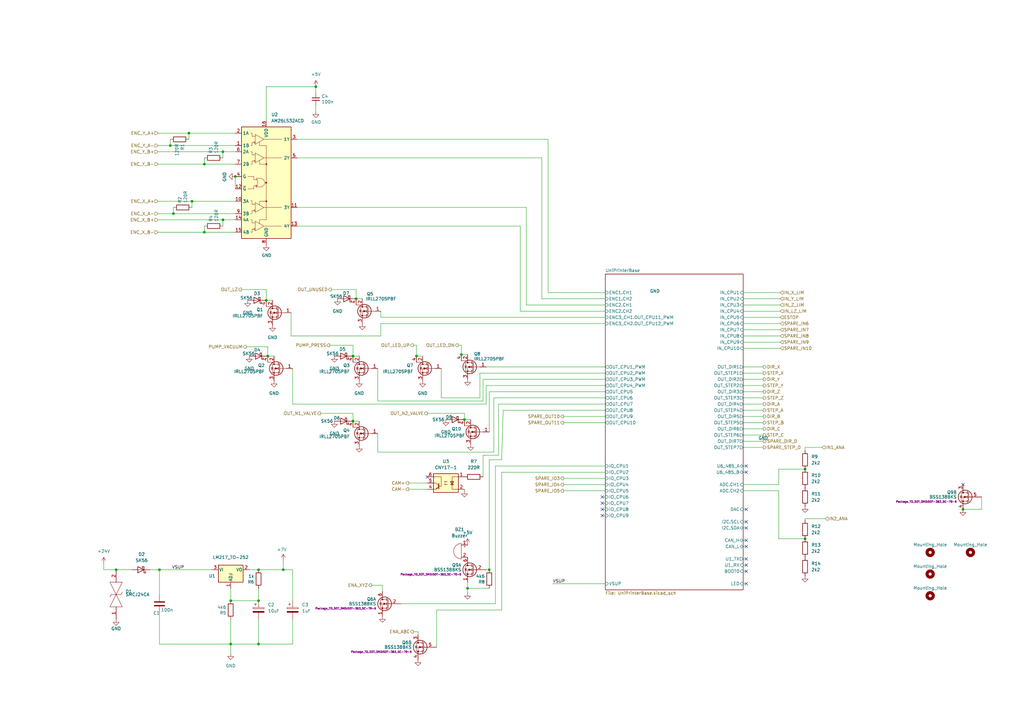
<source format=kicad_sch>
(kicad_sch (version 20211123) (generator eeschema)
  (paper "A3")
  (lib_symbols
    (symbol "+7v:+7V" (power) (pin_names (offset 0))
      (property "Value" "+7.5V" (at -0.635 5.08 0))
      (symbol "+7V_1_1"
        (pin power_in line (at 0 0 90) (length 0) hide (name "+7V") (number "1"))
      )
    )
    (symbol "Device:Buzzer" (pin_names (offset 0.0254) hide)
      (property "Reference" "BZ" (at 3.81 1.27 0))
      (property "Value" "Buzzer" (at 3.81 -1.27 0))
      (symbol "Buzzer_1_1"
        (pin passive line (at -2.54 2.54 0) (length 2.54) (name "-") (number "1"))
        (pin passive line (at -2.54 -2.54 0) (length 2.54) (name "+") (number "2"))
      )
    )
    (symbol "Device:C_Polarized" (pin_numbers hide) (pin_names (offset 0.254))
      (property "Reference" "C" (at 0.635 2.54 0))
      (property "Value" "C_Polarized" (at 0.635 -2.54 0))
      (symbol "C_Polarized_1_1"
        (pin passive line (at 0 3.81 270) (length 2.794) (name "~") (number "1"))
        (pin passive line (at 0 -3.81 90) (length 2.794) (name "~") (number "2"))
      )
    )
    (symbol "Device:D_Schottky" (pin_numbers hide) (pin_names (offset 1.016) hide)
      (property "Reference" "D" (at 0 2.54 0))
      (property "Value" "D_Schottky" (at 0 -2.54 0))
      (symbol "D_Schottky_1_1"
        (pin passive line (at -3.81 0 0) (length 2.54) (name "K") (number "1"))
        (pin passive line (at 3.81 0 180) (length 2.54) (name "A") (number "2"))
      )
    )
    (symbol "Device:Q_NMOS_GDSD" (pin_names (offset 0) hide)
      (property "Reference" "Q" (at 5.08 1.27 0))
      (property "Value" "Q_NMOS_GDSD" (at 5.08 -1.27 0))
      (symbol "Q_NMOS_GDSD_1_1"
        (pin input line (at -5.08 0 0) (length 2.54) (name "G") (number "1"))
        (pin passive line (at 2.54 5.08 270) (length 2.54) (name "D") (number "2"))
        (pin passive line (at 2.54 -5.08 90) (length 2.54) (name "S") (number "3"))
        (pin passive line (at 5.08 5.08 270) (length 2.54) (name "D") (number "4"))
      )
    )
    (symbol "Device:R" (pin_numbers hide) (pin_names (offset 0))
      (property "Reference" "R" (at 2.032 0 90))
      (property "Value" "R" (at 0 0 90))
      (symbol "R_1_1"
        (pin passive line (at 0 3.81 270) (length 1.27) (name "~") (number "1"))
        (pin passive line (at 0 -3.81 90) (length 1.27) (name "~") (number "2"))
      )
    )
    (symbol "Interface:AM26LV32xNS"
      (property "Reference" "U" (at -8.89 24.13 0))
      (property "Value" "AM26LV32xNS" (at 10.16 24.13 0))
      (symbol "AM26LV32xNS_1_1"
        (pin input line (at -12.7 15.24 0) (length 2.54) (name "1B") (number "1"))
        (pin input line (at -12.7 -7.62 0) (length 2.54) (name "3A") (number "10"))
        (pin tri_state line (at 12.7 -10.16 180) (length 2.54) (name "3Y") (number "11"))
        (pin input line (at -12.7 -2.54 0) (length 2.54) (name "~{G}") (number "12"))
        (pin tri_state line (at 12.7 -17.78 180) (length 2.54) (name "4Y") (number "13"))
        (pin input line (at -12.7 -15.24 0) (length 2.54) (name "4A") (number "14"))
        (pin input line (at -12.7 -20.32 0) (length 2.54) (name "4B") (number "15"))
        (pin power_in line (at 0 25.4 270) (length 2.54) (name "VDD") (number "16"))
        (pin input line (at -12.7 20.32 0) (length 2.54) (name "1A") (number "2"))
        (pin tri_state line (at 12.7 17.78 180) (length 2.54) (name "1Y") (number "3"))
        (pin input line (at -12.7 2.54 0) (length 2.54) (name "G") (number "4"))
        (pin tri_state line (at 12.7 10.16 180) (length 2.54) (name "2Y") (number "5"))
        (pin input line (at -12.7 12.7 0) (length 2.54) (name "2A") (number "6"))
        (pin input line (at -12.7 7.62 0) (length 2.54) (name "2B") (number "7"))
        (pin power_in line (at 0 -25.4 90) (length 2.54) (name "GND") (number "8"))
        (pin input line (at -12.7 -12.7 0) (length 2.54) (name "3B") (number "9"))
      )
    )
    (symbol "Isolator:CNY17-1" (pin_names (offset 1.016))
      (property "Reference" "U" (at -5.08 5.08 0))
      (property "Value" "CNY17-1" (at 0 5.08 0))
      (symbol "CNY17-1_1_1"
        (pin passive line (at -7.62 2.54 0) (length 2.54) (name "~") (number "1"))
        (pin passive line (at -7.62 -2.54 0) (length 2.54) (name "~") (number "2"))
        (pin no_connect line (at -5.08 0 0) (length 2.54) hide (name "NC") (number "3"))
        (pin passive line (at 7.62 -2.54 180) (length 2.54) (name "~") (number "4"))
        (pin passive line (at 7.62 0 180) (length 2.54) (name "~") (number "5"))
        (pin passive line (at 7.62 2.54 180) (length 2.54) (name "~") (number "6"))
      )
    )
    (symbol "Regulator_Linear:LM317_TO-252" (pin_names (offset 0.254))
      (property "Reference" "U" (at -3.81 3.175 0))
      (property "Value" "LM317_TO-252" (at 0 3.175 0))
      (symbol "LM317_TO-252_1_1"
        (pin input line (at 0 -7.62 90) (length 2.54) (name "ADJ") (number "1"))
        (pin power_out line (at 7.62 0 180) (length 2.54) (name "VO") (number "2"))
        (pin power_in line (at -7.62 0 0) (length 2.54) (name "VI") (number "3"))
      )
    )
    (symbol "SMCJ16CA:SMCJ16CA" (pin_names (offset 0.762))
      (property "Reference" "D" (at 15.24 8.89 0))
      (property "Value" "SMCJ16CA" (at 15.24 6.35 0))
      (symbol "SMCJ16CA_0_0"
        (pin passive line (at 0 0 0) (length 5.08) (name "~") (number "1"))
        (pin passive line (at 20.32 0 180) (length 5.08) (name "~") (number "2"))
      )
    )
    (symbol "Uni_Printer-rescue:C_Small-Device" (pin_numbers hide) (pin_names (offset 0.254) hide)
      (property "Reference" "C" (at 0.254 1.778 0))
      (property "Value" "C_Small-Device" (at 0.254 -2.032 0))
      (symbol "C_Small-Device_1_1"
        (pin passive line (at 0 2.54 270) (length 2.032) (name "~") (number "1"))
        (pin passive line (at 0 -2.54 90) (length 2.032) (name "~") (number "2"))
      )
    )
    (symbol "Uni_Printer-rescue:GND-power" (power) (pin_names (offset 0))
      (property "Value" "GND-power" (at 0 -3.81 0))
      (symbol "GND-power_1_1"
        (pin power_in line (at 0 0 270) (length 0) hide (name "GND") (number "1"))
      )
    )
    (symbol "Uni_Printer-rescue:Mounting_Hole-Sensor_tank_v1-rescue-Uni_General_v1-rescue-Uni_Printer_v1-rescue" (pin_names (offset 1.016))
      (property "Reference" "MK" (at 0 5.08 0))
      (property "Value" "Mounting_Hole-Sensor_tank_v1-rescue-Uni_General_v1-rescue-Uni_Printer_v1-rescue" (at 0 3.175 0))
    )
    (symbol "Uni_Printer-rescue:R-Device" (pin_numbers hide) (pin_names (offset 0))
      (property "Reference" "R" (at 2.032 0 90))
      (property "Value" "R-Device" (at 0 0 90))
      (symbol "R-Device_1_1"
        (pin passive line (at 0 3.81 270) (length 1.27) (name "~") (number "1"))
        (pin passive line (at 0 -3.81 90) (length 1.27) (name "~") (number "2"))
      )
    )
    (symbol "mfc_base_lib:+5V" (power) (pin_names (offset 0))
      (property "Value" "+5V" (at 0 3.556 0))
      (symbol "+5V_1_1"
        (pin power_in line (at 0 0 90) (length 0) hide (name "+5V") (number "1"))
      )
    )
    (symbol "mfc_base_lib:BSS138PS" (pin_names (offset 0) hide)
      (property "Reference" "Q" (at 5.08 1.905 0))
      (property "Value" "BSS138PS" (at 5.08 0 0))
      (symbol "BSS138PS_1_1"
        (pin passive line (at 2.54 -5.08 90) (length 2.54) (name "S") (number "1"))
        (pin input line (at -5.08 0 0) (length 5.334) (name "G") (number "2"))
        (pin passive line (at 2.54 5.08 270) (length 2.54) (name "D") (number "6"))
      )
      (symbol "BSS138PS_1_2"
        (pin input line (at -5.08 0 0) (length 5.334) (name "G") (number "1"))
        (pin passive line (at 2.54 -5.08 90) (length 2.54) (name "S") (number "2"))
        (pin passive line (at 2.54 5.08 270) (length 2.54) (name "D") (number "3"))
      )
      (symbol "BSS138PS_2_1"
        (pin passive line (at 2.54 5.08 270) (length 2.54) (name "D") (number "3"))
        (pin passive line (at 2.54 -5.08 90) (length 2.54) (name "S") (number "4"))
        (pin input line (at -5.08 0 0) (length 5.334) (name "G") (number "5"))
      )
      (symbol "BSS138PS_2_2"
        (pin input line (at -5.08 0 0) (length 5.334) (name "G") (number "1"))
        (pin passive line (at 2.54 -5.08 90) (length 2.54) (name "S") (number "2"))
        (pin passive line (at 2.54 5.08 270) (length 2.54) (name "D") (number "3"))
      )
    )
    (symbol "mfc_base_lib:C" (pin_numbers hide) (pin_names (offset 0.254))
      (property "Reference" "C" (at 0.635 2.54 0))
      (property "Value" "C" (at 0.635 -2.54 0))
      (symbol "C_1_1"
        (pin passive line (at 0 3.81 270) (length 2.794) (name "~") (number "1"))
        (pin passive line (at 0 -3.81 90) (length 2.794) (name "~") (number "2"))
      )
    )
    (symbol "mfc_base_lib:GND" (power) (pin_names (offset 0))
      (property "Value" "GND" (at 0 -3.81 0))
      (symbol "GND_1_1"
        (pin power_in line (at 0 0 270) (length 0) hide (name "GND") (number "1"))
      )
    )
    (symbol "power:+24V" (power) (pin_names (offset 0))
      (property "Value" "+24V" (at 0 3.556 0))
      (symbol "+24V_1_1"
        (pin power_in line (at 0 0 90) (length 0) hide (name "+24V") (number "1"))
      )
    )
    (symbol "power:GND" (power) (pin_names (offset 0))
      (property "Value" "GND" (at 0 -3.81 0))
      (symbol "GND_1_1"
        (pin power_in line (at 0 0 270) (length 0) hide (name "GND") (number "1"))
      )
    )
  )
  (junction (at 91.44 90.17))
  (junction (at 109.22 123.19))
  (junction (at 144.78 172.72))
  (junction (at 65.405 233.68))
  (junction (at 78.74 82.55))
  (junction (at 69.85 59.69))
  (junction (at 170.815 146.05))
  (junction (at 144.78 146.05))
  (junction (at 189.23 145.415))
  (junction (at 94.615 264.16))
  (junction (at 77.47 54.61))
  (junction (at 109.855 146.05))
  (junction (at 330.2 220.98))
  (junction (at 190.5 172.085))
  (junction (at 200.66 233.68))
  (junction (at 129.54 35.56))
  (junction (at 83.82 95.25))
  (junction (at 71.12 87.63))
  (junction (at 91.44 62.23))
  (junction (at 106.045 246.38))
  (junction (at 330.2 192.405))
  (junction (at 106.045 233.68))
  (junction (at 94.615 246.38))
  (junction (at 146.05 122.555))
  (junction (at 394.97 208.915))
  (junction (at 191.77 241.3))
  (junction (at 96.52 72.39))
  (junction (at 106.045 264.16))
  (junction (at 47.625 233.68))
  (junction (at 83.82 67.31))
  (junction (at 116.205 233.68))
  (no_connect (at 247.015 203.835))
  (no_connect (at 247.015 211.455))
  (no_connect (at 247.015 208.915))
  (no_connect (at 306.07 229.235))
  (no_connect (at 306.07 224.155))
  (no_connect (at 306.07 221.615))
  (no_connect (at 306.07 191.135))
  (no_connect (at 306.07 193.675))
  (no_connect (at 306.07 239.395))
  (no_connect (at 306.07 231.775))
  (no_connect (at 306.07 234.315))
  (no_connect (at 306.07 216.535))
  (no_connect (at 306.07 208.915))
  (no_connect (at 306.07 213.995))
  (no_connect (at 394.97 198.755))
  (no_connect (at 175.26 195.58))
  (no_connect (at 247.015 206.375))
  (wire (pts (xy 204.47 165.735) (xy 248.285 165.735)))
  (wire (pts (xy 83.82 95.25) (xy 96.52 95.25)))
  (wire (pts (xy 64.77 95.25) (xy 83.82 95.25)))
  (wire (pts (xy 213.36 127.635) (xy 248.285 127.635)))
  (wire (pts (xy 231.14 170.815) (xy 248.285 170.815)))
  (wire (pts (xy 304.8 137.795) (xy 320.04 137.795)))
  (wire (pts (xy 119.38 137.795) (xy 119.38 128.27)))
  (wire (pts (xy 129.54 35.56) (xy 109.22 35.56)))
  (wire (pts (xy 135.89 118.745) (xy 146.05 118.745)))
  (wire (pts (xy 200.66 177.165) (xy 200.66 160.655)))
  (wire (pts (xy 109.22 118.745) (xy 109.22 123.19)))
  (wire (pts (xy 91.44 90.17) (xy 64.77 90.17)))
  (wire (pts (xy 204.47 186.69) (xy 198.12 186.69)))
  (wire (pts (xy 304.8 168.275) (xy 313.055 168.275)))
  (wire (pts (xy 215.9 85.09) (xy 215.9 125.095)))
  (wire (pts (xy 191.77 241.3) (xy 191.77 238.76)))
  (wire (pts (xy 144.78 172.72) (xy 147.32 172.72)))
  (wire (pts (xy 200.66 160.655) (xy 248.285 160.655)))
  (wire (pts (xy 248.285 132.715) (xy 156.21 132.715)))
  (wire (pts (xy 304.8 183.515) (xy 313.055 183.515)))
  (wire (pts (xy 154.94 185.42) (xy 202.565 185.42)))
  (wire (pts (xy 83.82 67.31) (xy 96.52 67.31)))
  (wire (pts (xy 304.8 165.735) (xy 313.055 165.735)))
  (wire (pts (xy 306.07 229.235) (xy 304.8 229.235)))
  (wire (pts (xy 189.23 141.605) (xy 189.23 145.415)))
  (wire (pts (xy 402.59 203.835) (xy 402.59 208.915)))
  (wire (pts (xy 129.54 43.18) (xy 129.54 45.72)))
  (wire (pts (xy 306.07 234.315) (xy 304.8 234.315)))
  (wire (pts (xy 224.79 120.015) (xy 248.285 120.015)))
  (wire (pts (xy 402.59 208.915) (xy 394.97 208.915)))
  (wire (pts (xy 71.12 87.63) (xy 96.52 87.63)))
  (wire (pts (xy 120.015 233.68) (xy 120.015 246.38)))
  (wire (pts (xy 64.77 67.31) (xy 83.82 67.31)))
  (wire (pts (xy 106.045 254) (xy 106.045 264.16)))
  (wire (pts (xy 154.94 164.465) (xy 154.94 151.13)))
  (wire (pts (xy 248.285 239.395) (xy 226.695 239.395)))
  (wire (pts (xy 304.8 170.815) (xy 313.055 170.815)))
  (wire (pts (xy 187.96 141.605) (xy 189.23 141.605)))
  (wire (pts (xy 338.455 212.725) (xy 330.2 212.725)))
  (wire (pts (xy 109.22 35.56) (xy 109.22 49.53)))
  (wire (pts (xy 319.405 192.405) (xy 330.2 192.405)))
  (wire (pts (xy 91.44 90.17) (xy 91.44 92.71)))
  (wire (pts (xy 213.36 92.71) (xy 213.36 127.635)))
  (wire (pts (xy 94.615 241.3) (xy 94.615 246.38)))
  (wire (pts (xy 191.77 243.205) (xy 191.77 241.3)))
  (wire (pts (xy 169.545 141.605) (xy 170.815 141.605)))
  (wire (pts (xy 94.615 254) (xy 94.615 264.16)))
  (wire (pts (xy 231.14 201.295) (xy 248.285 201.295)))
  (wire (pts (xy 64.77 87.63) (xy 71.12 87.63)))
  (wire (pts (xy 304.8 158.115) (xy 313.055 158.115)))
  (wire (pts (xy 304.8 178.435) (xy 313.055 178.435)))
  (wire (pts (xy 304.8 180.975) (xy 313.055 180.975)))
  (wire (pts (xy 146.05 122.555) (xy 148.59 122.555)))
  (wire (pts (xy 247.015 203.835) (xy 248.285 203.835)))
  (wire (pts (xy 319.405 198.755) (xy 319.405 192.405)))
  (wire (pts (xy 65.405 233.68) (xy 86.995 233.68)))
  (wire (pts (xy 156.21 130.175) (xy 156.21 127.635)))
  (wire (pts (xy 61.595 233.68) (xy 65.405 233.68)))
  (wire (pts (xy 304.8 132.715) (xy 320.04 132.715)))
  (wire (pts (xy 131.445 169.545) (xy 144.78 169.545)))
  (wire (pts (xy 248.285 153.035) (xy 196.85 153.035)))
  (wire (pts (xy 190.5 172.085) (xy 193.04 172.085)))
  (wire (pts (xy 198.12 186.69) (xy 198.12 195.58)))
  (wire (pts (xy 198.12 155.575) (xy 198.12 164.465)))
  (wire (pts (xy 109.22 123.19) (xy 111.76 123.19)))
  (wire (pts (xy 71.12 85.09) (xy 71.12 87.63)))
  (wire (pts (xy 304.8 173.355) (xy 313.055 173.355)))
  (wire (pts (xy 304.8 153.035) (xy 313.055 153.035)))
  (wire (pts (xy 78.74 82.55) (xy 78.74 85.09)))
  (wire (pts (xy 247.015 208.915) (xy 248.285 208.915)))
  (wire (pts (xy 304.8 198.755) (xy 319.405 198.755)))
  (wire (pts (xy 247.015 206.375) (xy 248.285 206.375)))
  (wire (pts (xy 83.82 64.77) (xy 83.82 67.31)))
  (wire (pts (xy 121.92 85.09) (xy 215.9 85.09)))
  (wire (pts (xy 175.26 169.545) (xy 190.5 169.545)))
  (wire (pts (xy 319.405 201.295) (xy 319.405 220.98)))
  (wire (pts (xy 304.8 122.555) (xy 320.04 122.555)))
  (wire (pts (xy 330.2 183.515) (xy 330.2 184.785)))
  (wire (pts (xy 304.8 135.255) (xy 320.04 135.255)))
  (wire (pts (xy 231.14 196.215) (xy 248.285 196.215)))
  (wire (pts (xy 248.285 158.115) (xy 199.39 158.115)))
  (wire (pts (xy 190.5 200.66) (xy 190.5 201.295)))
  (wire (pts (xy 304.8 127.635) (xy 320.04 127.635)))
  (wire (pts (xy 306.07 221.615) (xy 304.8 221.615)))
  (wire (pts (xy 306.07 224.155) (xy 304.8 224.155)))
  (wire (pts (xy 116.205 229.87) (xy 116.205 233.68)))
  (wire (pts (xy 156.21 137.795) (xy 119.38 137.795)))
  (wire (pts (xy 78.74 82.55) (xy 96.52 82.55)))
  (wire (pts (xy 175.26 200.66) (xy 167.64 200.66)))
  (wire (pts (xy 179.07 250.19) (xy 205.74 250.19)))
  (wire (pts (xy 199.39 150.495) (xy 248.285 150.495)))
  (wire (pts (xy 304.8 142.875) (xy 320.04 142.875)))
  (wire (pts (xy 319.405 220.98) (xy 330.2 220.98)))
  (wire (pts (xy 306.07 191.135) (xy 304.8 191.135)))
  (wire (pts (xy 191.77 241.3) (xy 200.66 241.3)))
  (wire (pts (xy 109.855 146.05) (xy 112.395 146.05)))
  (wire (pts (xy 106.045 241.3) (xy 106.045 246.38)))
  (wire (pts (xy 200.66 233.68) (xy 199.39 233.68)))
  (wire (pts (xy 248.285 168.275) (xy 206.375 168.275)))
  (wire (pts (xy 135.255 141.605) (xy 144.78 141.605)))
  (wire (pts (xy 199.39 165.735) (xy 120.015 165.735)))
  (wire (pts (xy 156.21 132.715) (xy 156.21 137.795)))
  (wire (pts (xy 248.285 122.555) (xy 222.25 122.555)))
  (wire (pts (xy 69.85 57.15) (xy 69.85 59.69)))
  (wire (pts (xy 170.815 141.605) (xy 170.815 146.05)))
  (wire (pts (xy 304.8 155.575) (xy 313.055 155.575)))
  (wire (pts (xy 69.85 59.69) (xy 64.77 59.69)))
  (wire (pts (xy 129.54 38.1) (xy 129.54 35.56)))
  (wire (pts (xy 304.8 125.095) (xy 320.04 125.095)))
  (wire (pts (xy 304.8 130.175) (xy 320.04 130.175)))
  (wire (pts (xy 304.8 150.495) (xy 313.055 150.495)))
  (wire (pts (xy 77.47 54.61) (xy 77.47 57.15)))
  (wire (pts (xy 65.405 251.46) (xy 65.405 264.16)))
  (wire (pts (xy 106.045 264.16) (xy 94.615 264.16)))
  (wire (pts (xy 154.94 177.8) (xy 154.94 185.42)))
  (wire (pts (xy 144.78 146.05) (xy 147.32 146.05)))
  (wire (pts (xy 196.85 163.195) (xy 180.975 163.195)))
  (wire (pts (xy 306.07 231.775) (xy 304.8 231.775)))
  (wire (pts (xy 190.5 169.545) (xy 190.5 172.085)))
  (wire (pts (xy 64.77 62.23) (xy 91.44 62.23)))
  (wire (pts (xy 203.2 191.135) (xy 248.285 191.135)))
  (wire (pts (xy 83.82 92.71) (xy 83.82 95.25)))
  (wire (pts (xy 330.2 212.725) (xy 330.2 213.36)))
  (wire (pts (xy 91.44 62.23) (xy 96.52 62.23)))
  (wire (pts (xy 120.015 165.735) (xy 120.015 151.13)))
  (wire (pts (xy 203.2 191.135) (xy 203.2 247.65)))
  (wire (pts (xy 64.77 82.55) (xy 78.74 82.55)))
  (wire (pts (xy 304.8 163.195) (xy 313.055 163.195)))
  (wire (pts (xy 215.9 125.095) (xy 248.285 125.095)))
  (wire (pts (xy 96.52 90.17) (xy 91.44 90.17)))
  (wire (pts (xy 247.015 211.455) (xy 248.285 211.455)))
  (wire (pts (xy 224.79 57.15) (xy 224.79 120.015)))
  (wire (pts (xy 47.625 233.68) (xy 53.975 233.68)))
  (wire (pts (xy 304.8 201.295) (xy 319.405 201.295)))
  (wire (pts (xy 120.015 254) (xy 120.015 264.16)))
  (wire (pts (xy 306.07 216.535) (xy 304.8 216.535)))
  (wire (pts (xy 47.625 233.68) (xy 42.545 233.68)))
  (wire (pts (xy 96.52 72.39) (xy 96.52 77.47)))
  (wire (pts (xy 200.66 188.595) (xy 200.66 233.68)))
  (wire (pts (xy 171.45 259.08) (xy 171.45 260.35)))
  (wire (pts (xy 100.965 142.24) (xy 109.855 142.24)))
  (wire (pts (xy 189.23 145.415) (xy 191.77 145.415)))
  (wire (pts (xy 306.07 239.395) (xy 304.8 239.395)))
  (wire (pts (xy 42.545 233.68) (xy 42.545 231.14)))
  (wire (pts (xy 304.8 175.895) (xy 313.055 175.895)))
  (wire (pts (xy 222.25 122.555) (xy 222.25 64.77)))
  (wire (pts (xy 205.74 193.675) (xy 248.285 193.675)))
  (wire (pts (xy 196.85 153.035) (xy 196.85 163.195)))
  (wire (pts (xy 205.74 188.595) (xy 200.66 188.595)))
  (wire (pts (xy 231.14 173.355) (xy 248.285 173.355)))
  (wire (pts (xy 304.8 140.335) (xy 320.04 140.335)))
  (wire (pts (xy 337.185 183.515) (xy 330.2 183.515)))
  (wire (pts (xy 65.405 243.84) (xy 65.405 233.68)))
  (wire (pts (xy 96.52 59.69) (xy 69.85 59.69)))
  (wire (pts (xy 102.235 233.68) (xy 106.045 233.68)))
  (wire (pts (xy 175.26 198.12) (xy 167.64 198.12)))
  (wire (pts (xy 146.05 122.555) (xy 146.05 118.745)))
  (wire (pts (xy 91.44 62.23) (xy 91.44 64.77)))
  (wire (pts (xy 144.78 169.545) (xy 144.78 172.72)))
  (wire (pts (xy 77.47 54.61) (xy 64.77 54.61)))
  (wire (pts (xy 180.975 163.195) (xy 180.975 151.13)))
  (wire (pts (xy 179.07 265.43) (xy 179.07 250.19)))
  (wire (pts (xy 204.47 186.69) (xy 204.47 165.735)))
  (wire (pts (xy 121.92 92.71) (xy 213.36 92.71)))
  (wire (pts (xy 106.045 233.68) (xy 116.205 233.68)))
  (wire (pts (xy 156.845 242.57) (xy 156.845 240.03)))
  (wire (pts (xy 120.015 264.16) (xy 106.045 264.16)))
  (wire (pts (xy 96.52 54.61) (xy 77.47 54.61)))
  (wire (pts (xy 306.07 208.915) (xy 304.8 208.915)))
  (wire (pts (xy 109.855 142.24) (xy 109.855 146.05)))
  (wire (pts (xy 169.545 259.08) (xy 171.45 259.08)))
  (wire (pts (xy 199.39 158.115) (xy 199.39 165.735)))
  (wire (pts (xy 231.14 198.755) (xy 248.285 198.755)))
  (wire (pts (xy 94.615 264.16) (xy 94.615 267.97)))
  (wire (pts (xy 164.465 247.65) (xy 203.2 247.65)))
  (wire (pts (xy 99.06 118.745) (xy 109.22 118.745)))
  (wire (pts (xy 154.94 164.465) (xy 198.12 164.465)))
  (wire (pts (xy 248.285 130.175) (xy 156.21 130.175)))
  (wire (pts (xy 222.25 64.77) (xy 121.92 64.77)))
  (wire (pts (xy 152.4 240.03) (xy 156.845 240.03)))
  (wire (pts (xy 306.07 213.995) (xy 304.8 213.995)))
  (wire (pts (xy 248.285 155.575) (xy 198.12 155.575)))
  (wire (pts (xy 205.74 193.675) (xy 205.74 250.19)))
  (wire (pts (xy 202.565 163.195) (xy 248.285 163.195)))
  (wire (pts (xy 120.015 233.68) (xy 116.205 233.68)))
  (wire (pts (xy 144.78 141.605) (xy 144.78 146.05)))
  (wire (pts (xy 106.045 246.38) (xy 94.615 246.38)))
  (wire (pts (xy 206.375 168.275) (xy 205.74 188.595)))
  (wire (pts (xy 304.8 120.015) (xy 320.04 120.015)))
  (wire (pts (xy 121.92 57.15) (xy 224.79 57.15)))
  (wire (pts (xy 65.405 264.16) (xy 94.615 264.16)))
  (wire (pts (xy 202.565 185.42) (xy 202.565 163.195)))
  (wire (pts (xy 170.815 146.05) (xy 173.355 146.05)))
  (wire (pts (xy 306.07 193.675) (xy 304.8 193.675)))
  (wire (pts (xy 304.8 160.655) (xy 313.055 160.655)))
  (label "VSUP" (at 70.485 233.68 0))
  (label "VSUP" (at 226.695 239.395 0))
  (hierarchical_label "ENC_X_A-" (shape input) (at 64.77 87.63 180))
  (hierarchical_label "STEP_B" (shape output) (at 313.055 173.355 0))
  (hierarchical_label "SPARE_IN9" (shape input) (at 320.04 140.335 0))
  (hierarchical_label "ENA_ABC" (shape output) (at 169.545 259.08 180))
  (hierarchical_label "ENC_X_B+" (shape input) (at 64.77 90.17 180))
  (hierarchical_label "PUMP_VACUUM" (shape output) (at 100.965 142.24 180))
  (hierarchical_label "DIR_X" (shape output) (at 313.055 150.495 0))
  (hierarchical_label "IN_X_LIM" (shape input) (at 320.04 120.015 0))
  (hierarchical_label "CAM+" (shape output) (at 167.64 198.12 180))
  (hierarchical_label "PUMP_PRESS" (shape output) (at 135.255 141.605 180))
  (hierarchical_label "SPARE_IO4" (shape output) (at 231.14 198.755 180))
  (hierarchical_label "ENC_Y_B+" (shape input) (at 64.77 62.23 180))
  (hierarchical_label "SPARE_DIR_D" (shape output) (at 313.055 180.975 0))
  (hierarchical_label "ENC_Y_B-" (shape input) (at 64.77 67.31 180))
  (hierarchical_label "SPARE_STEP_D" (shape output) (at 313.055 183.515 0))
  (hierarchical_label "OUT_N1_VALVE" (shape output) (at 131.445 169.545 180))
  (hierarchical_label "SPARE_OUT11" (shape output) (at 231.14 173.355 180))
  (hierarchical_label "OUT_UNUSED" (shape output) (at 135.89 118.745 180))
  (hierarchical_label "IN_Z_LIM" (shape input) (at 320.04 125.095 0))
  (hierarchical_label "DIR_A" (shape output) (at 313.055 165.735 0))
  (hierarchical_label "ENA_XYZ" (shape output) (at 152.4 240.03 180))
  (hierarchical_label "ENC_Y_A+" (shape input) (at 64.77 54.61 180))
  (hierarchical_label "SPARE_IN10" (shape input) (at 320.04 142.875 0))
  (hierarchical_label "STEP_Y" (shape output) (at 313.055 158.115 0))
  (hierarchical_label "IN_LZ_LIM" (shape input) (at 320.04 127.635 0))
  (hierarchical_label "SPARE_IN6" (shape input) (at 320.04 132.715 0))
  (hierarchical_label "STEP_X" (shape output) (at 313.055 153.035 0))
  (hierarchical_label "ENC_X_A+" (shape input) (at 64.77 82.55 180))
  (hierarchical_label "CAM-" (shape output) (at 167.64 200.66 180))
  (hierarchical_label "OUT_N2_VALVE" (shape output) (at 175.26 169.545 180))
  (hierarchical_label "IN_Y_LIM" (shape input) (at 320.04 122.555 0))
  (hierarchical_label "OUT_LED_UP" (shape output) (at 169.545 141.605 180))
  (hierarchical_label "STEP_C" (shape output) (at 313.055 178.435 0))
  (hierarchical_label "DIR_Z" (shape output) (at 313.055 160.655 0))
  (hierarchical_label "SPARE_OUT10" (shape output) (at 231.14 170.815 180))
  (hierarchical_label "DIR_C" (shape output) (at 313.055 175.895 0))
  (hierarchical_label "OUT_LED_DN" (shape output) (at 187.96 141.605 180))
  (hierarchical_label "SPARE_IO3" (shape output) (at 231.14 196.215 180))
  (hierarchical_label "SPARE_IN8" (shape input) (at 320.04 137.795 0))
  (hierarchical_label "IN2_ANA" (shape input) (at 338.455 212.725 0))
  (hierarchical_label "OUT_LZ" (shape output) (at 99.06 118.745 180))
  (hierarchical_label "SPARE_IN7" (shape input) (at 320.04 135.255 0))
  (hierarchical_label "STEP_Z" (shape output) (at 313.055 163.195 0))
  (hierarchical_label "ENC_X_B-" (shape input) (at 64.77 95.25 180))
  (hierarchical_label "SPARE_IO5" (shape output) (at 231.14 201.295 180))
  (hierarchical_label "ESTOP" (shape input) (at 320.04 130.175 0))
  (hierarchical_label "STEP_A" (shape output) (at 313.055 168.275 0))
  (hierarchical_label "DIR_B" (shape output) (at 313.055 170.815 0))
  (hierarchical_label "DIR_Y" (shape output) (at 313.055 155.575 0))
  (hierarchical_label "ENC_Y_A-" (shape input) (at 64.77 59.69 180))
  (hierarchical_label "IN1_ANA" (shape input) (at 337.185 183.515 0))
  (symbol (lib_id "Device:D_Schottky") (at 105.41 123.19 180) (unit 1)
    (property "Reference" "D3" (at 105.41 120.396 0))
    (property "Value" "SK56" (at 101.092 122.174 0))
    (property "Footprint" "Diode_SMD:D_SMB" (effects hide))
  )
  (symbol (lib_id "Uni_Printer-rescue:Mounting_Hole-Sensor_tank_v1-rescue-Uni_General_v1-rescue-Uni_Printer_v1-rescue") (at 381.508 235.458 0) (unit 1)
    (property "Reference" "MK2" (at 381.508 230.378 0))
    (property "Value" "Mounting_Hole" (at 381.508 232.283 0))
    (property "Footprint" "MountingHole:MountingHole_3.2mm_M3" (effects hide))
    (property "Reference" "MK2" (effects hide))
    (property "Value" "Mounting_Hole" (effects hide))
  )
  (symbol (lib_id "Device:Q_NMOS_GDSD") (at 175.895 151.13 0) (mirror y) (unit 1)
    (property "Reference" "Q7" (at 169.545 149.8599 0) (effects (justify left)))
    (property "Value" "IRLL2705PBF" (at 169.545 152.3999 0) (effects (justify left)))
    (property "Footprint" "Package_TO_SOT_SMD:SOT-223" (effects hide))
  )
  (symbol (lib_id "Device:R") (at 194.31 195.58 90) (unit 1)
    (property "Reference" "R7" (at 194.31 189.23 90))
    (property "Value" "220R" (at 194.31 191.77 90))
    (property "Footprint" "Resistor_SMD:R_0603_1608Metric" (effects hide))
  )
  (symbol (lib_id "power:GND") (at 94.615 267.97 0) (unit 1)
    (property "Reference" "#PWR025" (effects hide))
    (property "Value" "~" (at 94.615 273.05 0))
  )
  (symbol (lib_id "Uni_Printer-rescue:R-Device") (at 73.66 57.15 270) (unit 1)
    (property "Reference" "R1" (at 74.8284 58.928 0) (effects (justify left)))
    (property "Value" "120R" (at 72.517 58.928 0) (effects (justify left)))
    (property "Footprint" "Resistor_SMD:R_0603_1608Metric" (effects hide))
  )
  (symbol (lib_id "Uni_Printer-rescue:R-Device") (at 87.63 92.71 90) (unit 1)
    (property "Reference" "R4" (at 86.4616 90.932 0) (effects (justify left)))
    (property "Value" "120R" (at 88.773 90.932 0) (effects (justify left)))
    (property "Footprint" "Resistor_SMD:R_0603_1608Metric" (effects hide))
  )
  (symbol (lib_id "power:+24V") (at 42.545 231.14 0) (unit 1)
    (property "Reference" "#PWR023" (effects hide))
    (property "Value" "+24V" (at 42.545 226.06 0))
  )
  (symbol (lib_id "Device:R") (at 330.2 217.17 180) (unit 1)
    (property "Reference" "R12" (at 332.74 215.8999 0) (effects (justify right)))
    (property "Value" "2k2" (at 332.74 218.4399 0) (effects (justify right)))
    (property "Footprint" "Resistor_SMD:R_0603_1608Metric" (effects hide))
  )
  (symbol (lib_id "Regulator_Linear:LM317_TO-252") (at 94.615 233.68 0) (unit 1)
    (property "Reference" "U1" (at 86.995 236.22 0))
    (property "Value" "LM217_TO-252" (at 94.615 228.6 0))
    (property "Footprint" "Package_TO_SOT_SMD:TO-252-2" (effects hide))
  )
  (symbol (lib_id "Uni_Printer-rescue:R-Device") (at 87.63 64.77 90) (unit 1)
    (property "Reference" "R3" (at 86.4616 62.992 0) (effects (justify left)))
    (property "Value" "120R" (at 88.773 62.992 0) (effects (justify left)))
    (property "Footprint" "Resistor_SMD:R_0603_1608Metric" (effects hide))
  )
  (symbol (lib_id "Device:Q_NMOS_GDSD") (at 114.3 128.27 0) (mirror y) (unit 1)
    (property "Reference" "Q1" (at 107.95 126.9999 0) (effects (justify left)))
    (property "Value" "IRLL2705PBF" (at 107.95 129.5399 0) (effects (justify left)))
    (property "Footprint" "Package_TO_SOT_SMD:SOT-223" (effects hide))
  )
  (symbol (lib_id "Device:R") (at 330.2 203.835 180) (unit 1)
    (property "Reference" "R11" (at 332.74 202.5649 0) (effects (justify right)))
    (property "Value" "2k2" (at 332.74 205.1049 0) (effects (justify right)))
    (property "Footprint" "Resistor_SMD:R_0603_1608Metric" (effects hide))
  )
  (symbol (lib_id "Uni_Printer-rescue:Mounting_Hole-Sensor_tank_v1-rescue-Uni_General_v1-rescue-Uni_Printer_v1-rescue") (at 381.508 226.568 0) (unit 1)
    (property "Reference" "MK1" (at 381.508 221.488 0))
    (property "Value" "Mounting_Hole" (at 381.508 223.393 0))
    (property "Footprint" "MountingHole:MountingHole_3.2mm_M3" (effects hide))
    (property "Reference" "MK1" (effects hide))
    (property "Value" "Mounting_Hole" (effects hide))
  )
  (symbol (lib_id "SMCJ16CA:SMCJ16CA") (at 47.625 254 90) (unit 1)
    (property "Reference" "D1" (at 51.435 242.57 90) (effects (justify right)))
    (property "Value" "SMCJ24CA" (at 51.435 243.84 90) (effects (justify right)))
    (property "Footprint" "Diode_SMD:D_SMB" (effects hide))
    (property "Datasheet" "https://componentsearchengine.com/Datasheets/2/SMCJ16CA.pdf" (effects hide))
  )
  (symbol (lib_id "power:GND") (at 147.32 156.21 0) (unit 1)
    (property "Reference" "#PWR038" (effects hide))
    (property "Value" "~" (at 147.32 161.29 0))
  )
  (symbol (lib_id "Device:Q_NMOS_GDSD") (at 195.58 177.165 0) (mirror y) (unit 1)
    (property "Reference" "Q10" (at 189.23 175.8949 0) (effects (justify left)))
    (property "Value" "IRLL2705PBF" (at 190.754 178.689 0) (effects (justify left)))
    (property "Footprint" "Package_TO_SOT_SMD:SOT-223" (effects hide))
  )
  (symbol (lib_id "power:GND") (at 182.88 172.085 0) (unit 1)
    (property "Reference" "#PWR044" (effects hide))
    (property "Value" "~" (at 182.88 177.165 0))
  )
  (symbol (lib_id "power:GND") (at 173.355 156.21 0) (unit 1)
    (property "Reference" "#PWR043" (effects hide))
    (property "Value" "~" (at 173.355 161.29 0))
  )
  (symbol (lib_id "power:GND") (at 147.32 182.88 0) (unit 1)
    (property "Reference" "#PWR039" (effects hide))
    (property "Value" "~" (at 268.605 119.38 0))
  )
  (symbol (lib_id "mfc_base_lib:BSS138PS") (at 194.31 233.68 0) (mirror y) (unit 1)
    (property "Reference" "Q9" (at 189.23 231.775 0) (effects (justify left)))
    (property "Value" "BSS138BKS" (at 189.23 233.68 0) (effects (justify left)))
    (property "Footprint" "Package_TO_SOT_SMD:SOT-363_SC-70-6" (at 189.23 235.585 0) (effects (font (size 0.7874 0.7874)) (justify left)))
    (property "Category" "Transistor" (effects hide))
    (property "Digi" "1727-6478-1-ND" (effects hide))
    (property "MFG num" "BSS138BKS" (effects hide))
  )
  (symbol (lib_id "Device:R") (at 330.2 232.41 180) (unit 1)
    (property "Reference" "R14" (at 332.74 231.1399 0) (effects (justify right)))
    (property "Value" "2k2" (at 332.74 233.6799 0) (effects (justify right)))
    (property "Footprint" "Resistor_SMD:R_0603_1608Metric" (effects hide))
  )
  (symbol (lib_id "power:GND") (at 330.2 236.22 0) (unit 1)
    (property "Reference" "#PWR051" (effects hide))
  )
  (symbol (lib_id "mfc_base_lib:+5V") (at 191.77 223.52 0) (unit 1)
    (property "Reference" "#PWR047" (effects hide))
    (property "Value" "+5V" (at 191.77 218.44 0))
  )
  (symbol (lib_id "Uni_Printer-rescue:GND-power") (at 109.22 100.33 0) (unit 1)
    (property "Reference" "#PWR029" (effects hide))
    (property "Value" "GND" (at 109.347 104.7242 0))
  )
  (symbol (lib_id "Uni_Printer-rescue:Mounting_Hole-Sensor_tank_v1-rescue-Uni_General_v1-rescue-Uni_Printer_v1-rescue") (at 381.508 244.348 0) (unit 1)
    (property "Reference" "MK3" (at 381.508 239.268 0))
    (property "Value" "Mounting_Hole" (at 381.508 241.173 0))
    (property "Footprint" "MountingHole:MountingHole_3.2mm_M3" (effects hide))
    (property "Reference" "MK3" (effects hide))
    (property "Value" "Mounting_Hole" (effects hide))
  )
  (symbol (lib_id "+7v:+7V") (at 116.205 229.87 0) (unit 1)
    (property "Reference" "#PWR032" (effects hide))
    (property "Value" "+7V" (at 115.57 225.425 0))
  )
  (symbol (lib_id "Device:Q_NMOS_GDSD") (at 149.86 151.13 0) (mirror y) (unit 1)
    (property "Reference" "Q3" (at 143.51 149.8599 0) (effects (justify left)))
    (property "Value" "IRLL2705PBF" (at 143.51 152.3999 0) (effects (justify left)))
    (property "Footprint" "Package_TO_SOT_SMD:SOT-223" (effects hide))
  )
  (symbol (lib_id "Uni_Printer-rescue:C_Small-Device") (at 129.54 40.64 0) (unit 1)
    (property "Reference" "C4" (at 131.8768 39.4716 0) (effects (justify left)))
    (property "Value" "100n" (at 131.8768 41.783 0) (effects (justify left)))
    (property "Footprint" "Capacitor_SMD:C_0603_1608Metric" (effects hide))
  )
  (symbol (lib_id "Uni_Printer-rescue:R-Device") (at 74.93 85.09 90) (unit 1)
    (property "Reference" "R2" (at 73.7616 83.312 0) (effects (justify left)))
    (property "Value" "120R" (at 76.073 83.312 0) (effects (justify left)))
    (property "Footprint" "Resistor_SMD:R_0603_1608Metric" (effects hide))
  )
  (symbol (lib_id "Uni_Printer-rescue:Mounting_Hole-Sensor_tank_v1-rescue-Uni_General_v1-rescue-Uni_Printer_v1-rescue") (at 398.018 226.568 0) (unit 1)
    (property "Reference" "MK4" (at 398.018 221.488 0))
    (property "Value" "Mounting_Hole" (at 398.018 223.393 0))
    (property "Footprint" "MountingHole:MountingHole_3.2mm_M3" (effects hide))
    (property "Reference" "MK6" (effects hide))
    (property "Value" "Mounting_Hole" (effects hide))
  )
  (symbol (lib_id "mfc_base_lib:+5V") (at 129.54 35.56 0) (unit 1)
    (property "Reference" "#PWR033" (effects hide))
    (property "Value" "+5V" (at 129.54 30.48 0))
  )
  (symbol (lib_id "power:GND") (at 193.04 182.245 0) (unit 1)
    (property "Reference" "#PWR049" (effects hide))
  )
  (symbol (lib_id "mfc_base_lib:BSS138PS") (at 173.99 265.43 0) (mirror y) (unit 2)
    (property "Reference" "Q6" (at 168.91 263.525 0) (effects (justify left)))
    (property "Value" "BSS138BKS" (at 168.91 265.43 0) (effects (justify left)))
    (property "Footprint" "Package_TO_SOT_SMD:SOT-363_SC-70-6" (at 168.91 267.335 0) (effects (font (size 0.7874 0.7874)) (justify left)))
    (property "Category" "Transistor" (effects hide))
    (property "Digi" "1727-6478-1-ND" (effects hide))
    (property "MFG num" "BSS138BKS" (effects hide))
  )
  (symbol (lib_id "power:GND") (at 190.5 201.295 0) (unit 1)
    (property "Reference" "#PWR045" (effects hide))
  )
  (symbol (lib_id "power:GND") (at 156.845 252.73 0) (unit 1)
    (property "Reference" "#PWR041" (effects hide))
  )
  (symbol (lib_id "power:GND") (at 148.59 132.715 0) (unit 1)
    (property "Reference" "#PWR040" (effects hide))
  )
  (symbol (lib_id "Isolator:CNY17-1") (at 182.88 198.12 0) (mirror y) (unit 1)
    (property "Reference" "U3" (at 182.88 189.23 0))
    (property "Value" "CNY17-1" (at 182.88 191.77 0))
    (property "Footprint" "Package_DIP:SMDIP-6_W9.53mm" (effects hide))
    (property "Datasheet" "http://www.vishay.com/docs/83606/cny17.pdf" (effects hide))
  )
  (symbol (lib_id "Device:R") (at 330.2 188.595 180) (unit 1)
    (property "Reference" "R9" (at 332.74 187.3249 0) (effects (justify right)))
    (property "Value" "2k2" (at 332.74 189.8649 0) (effects (justify right)))
    (property "Footprint" "Resistor_SMD:R_0603_1608Metric" (effects hide))
  )
  (symbol (lib_id "Device:D_Schottky") (at 142.24 122.555 180) (unit 1)
    (property "Reference" "D7" (at 141.986 120.269 0))
    (property "Value" "SK56" (at 137.922 121.539 0))
    (property "Footprint" "Diode_SMD:D_SMB" (effects hide))
  )
  (symbol (lib_id "power:GND") (at 111.76 133.35 0) (unit 1)
    (property "Reference" "#PWR030" (effects hide))
    (property "Value" "~" (at 111.76 138.43 0))
  )
  (symbol (lib_id "power:GND") (at 102.235 146.05 0) (unit 1)
    (property "Reference" "#PWR028" (effects hide))
    (property "Value" "~" (at 102.235 151.13 0))
  )
  (symbol (lib_id "power:GND") (at 137.16 146.05 0) (unit 1)
    (property "Reference" "#PWR035" (effects hide))
    (property "Value" "~" (at 137.16 151.13 0))
  )
  (symbol (lib_id "Uni_Printer-rescue:GND-power") (at 96.52 72.39 270) (unit 1)
    (property "Reference" "#PWR026" (effects hide))
    (property "Value" "GND" (at 92.1258 72.517 0))
  )
  (symbol (lib_id "Device:Q_NMOS_GDSD") (at 114.935 151.13 0) (mirror y) (unit 1)
    (property "Reference" "Q2" (at 108.585 149.8599 0) (effects (justify left)))
    (property "Value" "IRLL2705PBF" (at 108.585 152.3999 0) (effects (justify left)))
    (property "Footprint" "Package_TO_SOT_SMD:SOT-223" (effects hide))
  )
  (symbol (lib_id "Device:R") (at 330.2 224.79 180) (unit 1)
    (property "Reference" "R13" (at 332.74 223.5199 0) (effects (justify right)))
    (property "Value" "2k2" (at 332.74 226.0599 0) (effects (justify right)))
    (property "Footprint" "Resistor_SMD:R_0603_1608Metric" (effects hide))
  )
  (symbol (lib_id "Device:Q_NMOS_GDSD") (at 149.86 177.8 0) (mirror y) (unit 1)
    (property "Reference" "Q4" (at 143.51 176.5299 0) (effects (justify left)))
    (property "Value" "IRLL2705PBF" (at 143.51 179.0699 0) (effects (justify left)))
    (property "Footprint" "Package_TO_SOT_SMD:SOT-223" (effects hide))
  )
  (symbol (lib_id "Device:Buzzer") (at 189.23 226.06 0) (mirror y) (unit 1)
    (property "Reference" "BZ1" (at 188.468 217.17 0))
    (property "Value" "Buzzer" (at 188.468 219.71 0))
    (property "Footprint" "Buzzer_Beeper:Buzzer_15x7.5RM7.6" (effects hide))
  )
  (symbol (lib_id "Device:D_Schottky") (at 140.97 172.72 180) (unit 1)
    (property "Reference" "D6" (at 138.176 171.45 0))
    (property "Value" "SK56" (at 134.112 172.72 0))
    (property "Footprint" "Diode_SMD:D_SMB" (effects hide))
  )
  (symbol (lib_id "power:GND") (at 171.45 270.51 0) (unit 1)
    (property "Reference" "#PWR042" (effects hide))
  )
  (symbol (lib_id "Uni_Printer-rescue:R-Device") (at 94.615 250.19 180) (unit 1)
    (property "Reference" "R5" (at 92.837 251.3584 0) (effects (justify left)))
    (property "Value" "4k6" (at 92.837 249.047 0) (effects (justify left)))
    (property "Footprint" "Resistor_SMD:R_0603_1608Metric" (effects hide))
  )
  (symbol (lib_id "power:GND") (at 137.16 172.72 0) (unit 1)
    (property "Reference" "#PWR036" (effects hide))
    (property "Value" "~" (at 137.16 177.8 0))
  )
  (symbol (lib_id "Uni_Printer-rescue:GND-power") (at 129.54 45.72 0) (unit 1)
    (property "Reference" "#PWR034" (effects hide))
    (property "Value" "GND" (at 129.667 50.1142 0))
  )
  (symbol (lib_id "Interface:AM26LV32xNS") (at 109.22 74.93 0) (unit 1)
    (property "Reference" "U2" (at 111.2394 46.99 0) (effects (justify left)))
    (property "Value" "AM26LS32ACD" (at 111.2394 49.53 0) (effects (justify left)))
    (property "Footprint" "Package_SO:SOIC-16_3.9x9.9mm_P1.27mm" (effects hide))
  )
  (symbol (lib_id "power:GND") (at 394.97 208.915 0) (unit 1)
    (property "Reference" "#PWR052" (effects hide))
  )
  (symbol (lib_id "Device:Q_NMOS_GDSD") (at 194.31 150.495 0) (mirror y) (unit 1)
    (property "Reference" "Q8" (at 197.104 145.161 0) (effects (justify left)))
    (property "Value" "IRLL2705PBF" (at 207.01 147.193 0) (effects (justify left)))
    (property "Footprint" "Package_TO_SOT_SMD:SOT-223" (effects hide))
  )
  (symbol (lib_id "Uni_Printer-rescue:R-Device") (at 106.045 237.49 180) (unit 1)
    (property "Reference" "R6" (at 104.267 238.6584 0) (effects (justify left)))
    (property "Value" "1k" (at 104.267 236.347 0) (effects (justify left)))
    (property "Footprint" "Resistor_SMD:R_0603_1608Metric" (effects hide))
  )
  (symbol (lib_id "Device:Q_NMOS_GDSD") (at 151.13 127.635 0) (mirror y) (unit 1)
    (property "Reference" "Q5" (at 153.162 120.523 0) (effects (justify left)))
    (property "Value" "IRLL2705PBF" (at 162.56 122.555 0) (effects (justify left)))
    (property "Footprint" "Package_TO_SOT_SMD:SOT-223" (effects hide))
  )
  (symbol (lib_id "power:GND") (at 330.2 207.645 0) (unit 1)
    (property "Reference" "#PWR050" (effects hide))
  )
  (symbol (lib_id "Device:D_Schottky") (at 57.785 233.68 180) (unit 1)
    (property "Reference" "D2" (at 58.1025 227.33 0))
    (property "Value" "SK56" (at 58.1025 229.87 0))
    (property "Footprint" "Diode_SMD:D_SMB" (effects hide))
  )
  (symbol (lib_id "power:GND") (at 191.77 243.205 0) (unit 1)
    (property "Reference" "#PWR048" (effects hide))
    (property "Value" "~" (at 313.055 179.705 0))
  )
  (symbol (lib_id "Device:C_Polarized") (at 106.045 250.19 0) (unit 1)
    (property "Reference" "C2" (at 109.855 248.0309 0) (effects (justify left)))
    (property "Value" "10uf" (at 109.855 250.5709 0) (effects (justify left)))
    (property "Footprint" "Capacitor_Tantalum_SMD:CP_EIA-3528-21_Kemet-B" (effects hide))
  )
  (symbol (lib_id "Device:D_Schottky") (at 106.045 146.05 180) (unit 1)
    (property "Reference" "D4" (at 105.537 143.51 0))
    (property "Value" "SK56" (at 101.981 145.034 0))
    (property "Footprint" "Diode_SMD:D_SMB" (effects hide))
  )
  (symbol (lib_id "Device:D_Schottky") (at 140.97 146.05 180) (unit 1)
    (property "Reference" "D5" (at 140.462 143.256 0))
    (property "Value" "SK56" (at 136.398 145.034 0))
    (property "Footprint" "Diode_SMD:D_SMB" (effects hide))
  )
  (symbol (lib_id "mfc_base_lib:BSS138PS") (at 397.51 203.835 0) (mirror y) (unit 2)
    (property "Reference" "Q9" (at 392.43 201.93 0) (effects (justify left)))
    (property "Value" "BSS138BKS" (at 392.43 203.835 0) (effects (justify left)))
    (property "Footprint" "Package_TO_SOT_SMD:SOT-363_SC-70-6" (at 392.43 205.74 0) (effects (font (size 0.7874 0.7874)) (justify left)))
    (property "Category" "Transistor" (effects hide))
    (property "Digi" "1727-6478-1-ND" (effects hide))
    (property "MFG num" "BSS138BKS" (effects hide))
  )
  (symbol (lib_id "power:GND") (at 101.6 123.19 0) (unit 1)
    (property "Reference" "#PWR027" (effects hide))
    (property "Value" "~" (at 101.6 128.27 0))
  )
  (symbol (lib_id "power:GND") (at 191.77 155.575 0) (unit 1)
    (property "Reference" "#PWR046" (effects hide))
    (property "Value" "GND" (effects hide))
  )
  (symbol (lib_id "Uni_Printer-rescue:R-Device") (at 200.66 237.49 180) (unit 1)
    (property "Reference" "R8" (at 198.882 238.6584 0) (effects (justify left)))
    (property "Value" "4k6" (at 198.882 236.347 0) (effects (justify left)))
    (property "Footprint" "Resistor_SMD:R_0603_1608Metric" (effects hide))
  )
  (symbol (lib_id "Device:C_Polarized") (at 120.015 250.19 0) (unit 1)
    (property "Reference" "C3" (at 123.825 248.0309 0) (effects (justify left)))
    (property "Value" "1uf" (at 123.825 250.5709 0) (effects (justify left)))
    (property "Footprint" "Capacitor_Tantalum_SMD:CP_EIA-3528-21_Kemet-B" (effects hide))
  )
  (symbol (lib_id "mfc_base_lib:C") (at 65.405 247.65 0) (unit 1)
    (property "Reference" "C1" (at 62.865 251.46 0) (effects (justify left)))
    (property "Value" "100n" (at 66.04 250.19 0) (effects (justify left)))
    (property "Footprint" "Capacitor_SMD:C_0603_1608Metric" (effects hide))
    (property "Category" "Capacitor" (effects hide))
  )
  (symbol (lib_id "Device:D_Schottky") (at 186.69 172.085 180) (unit 1)
    (property "Reference" "D8" (at 184.15 171.069 0))
    (property "Value" "SK56" (at 179.832 172.085 0))
    (property "Footprint" "Diode_SMD:D_SMB" (effects hide))
  )
  (symbol (lib_id "mfc_base_lib:GND") (at 47.625 254 0) (unit 1)
    (property "Reference" "#PWR024" (effects hide))
    (property "Value" "GND" (at 47.625 257.81 0))
  )
  (symbol (lib_id "power:GND") (at 112.395 156.21 0) (unit 1)
    (property "Reference" "#PWR031" (effects hide))
    (property "Value" "~" (at 112.395 161.29 0))
  )
  (symbol (lib_id "mfc_base_lib:BSS138PS") (at 159.385 247.65 0) (mirror y) (unit 1)
    (property "Reference" "Q6" (at 154.305 245.745 0) (effects (justify left)))
    (property "Value" "BSS138BKS" (at 154.305 247.65 0) (effects (justify left)))
    (property "Footprint" "Package_TO_SOT_SMD:SOT-363_SC-70-6" (at 154.305 249.555 0) (effects (font (size 0.7874 0.7874)) (justify left)))
    (property "Category" "Transistor" (effects hide))
    (property "Digi" "1727-6478-1-ND" (effects hide))
    (property "MFG num" "BSS138BKS" (effects hide))
  )
  (symbol (lib_id "Device:R") (at 330.2 196.215 180) (unit 1)
    (property "Reference" "R10" (at 332.74 194.9449 0) (effects (justify right)))
    (property "Value" "2k2" (at 332.74 197.4849 0) (effects (justify right)))
    (property "Footprint" "Resistor_SMD:R_0603_1608Metric" (effects hide))
  )
  (symbol (lib_id "power:GND") (at 138.43 122.555 0) (unit 1)
    (property "Reference" "#PWR037" (effects hide))
    (property "Value" "~" (at 138.43 127.635 0))
  )
  (sheet (at 248.285 112.395) (size 56.515 129.54) (stroke (width 0.1524))
    (property "Sheet name" "UniPrinterBase" (at 248.285 111.6834 0) (effects (justify left bottom)))
    (property "Sheet file" "UniPrinterBase.kicad_sch" (at 248.285 242.5196 0) (effects (justify left top)))
    (pin "IN_CPU9" input (at 304.8 140.335 0))
    (pin "IN_CPU10" input (at 304.8 142.875 0))
    (pin "IN_CPU6" input (at 304.8 132.715 0))
    (pin "IN_CPU8" input (at 304.8 137.795 0))
    (pin "IN_CPU5" input (at 304.8 130.175 0))
    (pin "IN_CPU4" input (at 304.8 127.635 0))
    (pin "IN_CPU7" input (at 304.8 135.255 0))
    (pin "CAN_H" bidirectional (at 304.8 221.615 0))
    (pin "I2C.SDA" bidirectional (at 304.8 216.535 0))
    (pin "I2C.SCL" input (at 304.8 213.995 0))
    (pin "CAN_L" bidirectional (at 304.8 224.155 0))
    (pin "U1_TX" output (at 304.8 229.235 0))
    (pin "BOOT0" input (at 304.8 234.315 0))
    (pin "U1_RX" input (at 304.8 231.775 0))
    (pin "OUT_STEP3" output (at 304.8 163.195 0))
    (pin "OUT_STEP2" output (at 304.8 158.115 0))
    (pin "OUT_DIR1" output (at 304.8 150.495 0))
    (pin "OUT_STEP1" output (at 304.8 153.035 0))
    (pin "OUT_DIR2" output (at 304.8 155.575 0))
    (pin "LED" input (at 304.8 239.395 0))
    (pin "DAC" input (at 304.8 208.915 0))
    (pin "ADC.CH1" input (at 304.8 198.755 0))
    (pin "ADC.CH2" input (at 304.8 201.295 0))
    (pin "U6_485_A" bidirectional (at 304.8 191.135 0))
    (pin "OUT_CPU10" output (at 248.285 173.355 180))
    (pin "OUT_CPU9" output (at 248.285 170.815 180))
    (pin "OUT_STEP7" output (at 304.8 183.515 0))
    (pin "OUT_DIR5" output (at 304.8 170.815 0))
    (pin "IO_CPU8" input (at 248.285 208.915 180))
    (pin "OUT_DIR7" output (at 304.8 180.975 0))
    (pin "OUT_DIR6" output (at 304.8 175.895 0))
    (pin "OUT_STEP6" output (at 304.8 178.435 0))
    (pin "IO_CPU9" input (at 248.285 211.455 180))
    (pin "OUT_DIR3" output (at 304.8 160.655 0))
    (pin "OUT_STEP4" output (at 304.8 168.275 0))
    (pin "OUT_DIR4" output (at 304.8 165.735 0))
    (pin "OUT_STEP5" output (at 304.8 173.355 0))
    (pin "OUT_CPU6" output (at 248.285 163.195 180))
    (pin "OUT_CPU8" output (at 248.285 168.275 180))
    (pin "OUT_CPU7" output (at 248.285 165.735 180))
    (pin "OUT_CPU4_PWM" output (at 248.285 158.115 180))
    (pin "OUT_CPU2_PWM" output (at 248.285 153.035 180))
    (pin "OUT_CPU1_PWM" output (at 248.285 150.495 180))
    (pin "OUT_CPU3_PWM" output (at 248.285 155.575 180))
    (pin "OUT_CPU5" output (at 248.285 160.655 180))
    (pin "IN_CPU1" input (at 304.8 120.015 0))
    (pin "IN_CPU3" input (at 304.8 125.095 0))
    (pin "IN_CPU2" input (at 304.8 122.555 0))
    (pin "ENC2.CH2" input (at 248.285 127.635 180))
    (pin "ENC2.CH1" input (at 248.285 125.095 180))
    (pin "IO_CPU7" input (at 248.285 206.375 180))
    (pin "U6_485_B" bidirectional (at 304.8 193.675 0))
    (pin "IO_CPU3" input (at 248.285 196.215 180))
    (pin "ENC1.CH1" input (at 248.285 120.015 180))
    (pin "IO_CPU1" input (at 248.285 191.135 180))
    (pin "IO_CPU2" input (at 248.285 193.675 180))
    (pin "IO_CPU4" input (at 248.285 198.755 180))
    (pin "ENC1.CH2" input (at 248.285 122.555 180))
    (pin "IO_CPU6" input (at 248.285 203.835 180))
    (pin "IO_CPU5" input (at 248.285 201.295 180))
    (pin "VSUP" input (at 248.285 239.395 180))
    (pin "ENC3_CH1.OUT_CPU11_PWM" input (at 248.285 130.175 180))
    (pin "ENC3_CH2.OUT_CPU12_PWM" input (at 248.285 132.715 180))
  )
)
</source>
